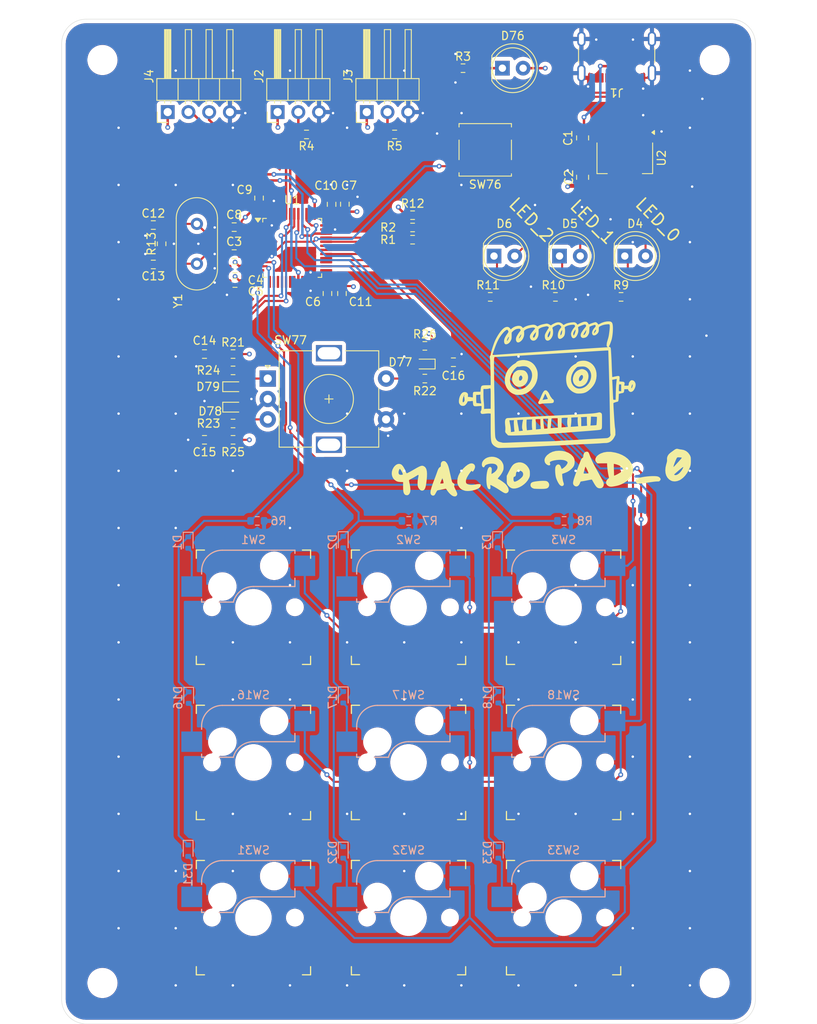
<source format=kicad_pcb>
(kicad_pcb (version 20240108) (generator "pcbnew") (generator_version "8.0")
  (layers (0 "F.Cu" signal) (1 "In1.Cu" signal) (2 "In2.Cu" signal) (31 "B.Cu" signal) (34 "B.Paste" user) (35 "F.Paste" user) (36 "B.SilkS" user "B.Silkscreen") (37 "F.SilkS" user "F.Silkscreen") (38 "B.Mask" user) (39 "F.Mask" user) (44 "Edge.Cuts" user))
  (net 0 "")
  (net 1 "GND")
  (net 2 "+5V")
  (net 3 "+3V3")
  (net 4 "Net-(U1-PD0)")
  (net 5 "Net-(D4-K)")
  (net 6 "Net-(U1-PD1)")
  (net 7 "/col0")
  (net 8 "Net-(D1-A)")
  (net 9 "Net-(D2-A)")
  (net 10 "/col1")
  (net 11 "/col2")
  (net 12 "Net-(D3-A)")
  (net 13 "Net-(D5-K)")
  (net 14 "Net-(D6-K)")
  (net 15 "Net-(U1-PA11)")
  (net 16 "Net-(U1-PA12)")
  (net 17 "/LED0")
  (net 18 "/LED1")
  (net 19 "/LED2")
  (net 31 "Net-(D16-A)")
  (net 32 "Net-(D17-A)")
  (net 33 "Net-(D18-A)")
  (net 34 "Net-(D31-A)")
  (net 35 "Net-(D32-A)")
  (net 36 "Net-(D33-A)")
  (net 37 "Net-(D76-K)")
  (net 39 "/D-")
  (net 40 "/D+")
  (net 42 "Net-(J2-Pin_2)")
  (net 43 "Net-(J3-Pin_2)")
  (net 44 "/Boot0")
  (net 45 "/Boot1")
  (net 46 "/row0")
  (net 47 "/row1")
  (net 48 "/row2")
  (net 56 "/SWDIO")
  (net 57 "/SWDCLK")
  (net 58 "/Reset")
  (net 59 "/rot_B")
  (net 60 "/rot_SW")
  (net 61 "Net-(D77-A)")
  (net 62 "Net-(D78-A)")
  (net 63 "Net-(D79-A)")
  (net 64 "/rot_A")
  (footprint "Connector_PinHeader_2.54mm:PinHeader_1x03_P2.54mm_Horizontal" (layer "F.Cu") (at 107.382 88.375 90)
    (property "Reference" "J3")
    (property "Value" "Conn_01x03")
  )
  (footprint "Connector_PinHeader_2.54mm:PinHeader_1x03_P2.54mm_Horizontal" (layer "F.Cu") (at 96.46 88.375 90)
    (property "Reference" "J2")
    (property "Value" "Conn_01x03")
  )
  (footprint "Resistor_SMD:R_0603_1608Metric_Pad0.98x0.95mm_HandSolder" (layer "F.Cu") (at 110.796 91.112 180)
    (property "Reference" "R5")
    (property "Value" "510R")
  )
  (footprint "Resistor_SMD:R_0603_1608Metric_Pad0.98x0.95mm_HandSolder" (layer "F.Cu") (at 94.186 98.904 90)
    (property "Reference" "C9")
    (property "Value" "100n")
  )
  (footprint "Resistor_SMD:R_0603_1608Metric_Pad0.98x0.95mm_HandSolder" (layer "F.Cu") (at 103.076 99.666 90)
    (property "Reference" "C10")
    (property "Value" "100n")
  )
  (footprint "Resistor_SMD:R_0603_1608Metric_Pad0.98x0.95mm_HandSolder" (layer "F.Cu") (at 91.138 102.46 180)
    (property "Reference" "C8")
    (property "Value" "100n")
  )
  (footprint "Resistor_SMD:R_0603_1608Metric" (layer "F.Cu") (at 122.515 111)
    (property "Reference" "R11")
    (property "Value" "1K")
  )
  (footprint "Resistor_SMD:R_0603_1608Metric" (layer "F.Cu") (at 138.54 111)
    (property "Reference" "R9")
    (property "Value" "1K")
  )
  (footprint "MountingHole:MountingHole_3.2mm_M3_DIN965" (layer "F.Cu") (at 150 195)
    (property "Reference" "REF**" (hide yes))
    (property "Value" "MountingHole_3.2mm_M3_DIN965")
  )
  (footprint "Package_QFP:LQFP-48_7x7mm_P0.5mm" (layer "F.Cu") (at 98.25 105)
    (property "Reference" "U1")
    (property "Value" "STM32F103C8Tx")
  )
  (footprint "Resistor_SMD:R_0603_1608Metric_Pad0.98x0.95mm_HandSolder" (layer "F.Cu") (at 81.232 107.032 180)
    (property "Reference" "C13")
    (property "Value" "20p")
  )
  (footprint "Resistor_SMD:R_0603_1608Metric_Pad0.98x0.95mm_HandSolder" (layer "F.Cu") (at 104.6985 99.654 90)
    (property "Reference" "C7")
    (property "Value" "100n")
  )
  (footprint "Resistor_SMD:R_0603_1608Metric" (layer "F.Cu") (at 91 118)
    (property "Reference" "R21")
    (property "Value" "10K")
  )
  (footprint "Rotary_Encoder:RotaryEncoder_Alps_EC11E-Switch_Vertical_H20mm" (layer "F.Cu") (at 95.25 121)
    (property "Reference" "SW77")
    (property "Value" "RotaryEncoder_Switch")
  )
  (footprint "Package_TO_SOT_SMD:SOT-223-3_TabPin2" (layer "F.Cu") (at 139 94 -90)
    (property "Reference" "U2")
    (property "Value" "AMS1117-3.3")
  )
  (footprint "keyboard:Kailh_socket_MX" (layer "F.Cu") (at 93.5 149)
    (property "Reference" "SW1")
    (property "Value" "SW_Push")
  )
  (footprint "keyboard:Kailh_socket_MX" (layer "F.Cu") (at 112.5 187)
    (property "Reference" "SW32")
    (property "Value" "SW_Push")
  )
  (footprint "keyboard:Kailh_socket_MX" (layer "F.Cu") (at 131.5 168)
    (property "Reference" "SW18")
    (property "Value" "SW_Push")
  )
  (footprint "keyboard:Kailh_socket_MX" (layer "F.Cu") (at 93.5 168)
    (property "Reference" "SW16")
    (property "Value" "SW_Push")
  )
  (footprint "keyboard:Kailh_socket_MX" (layer "F.Cu") (at 112.5 168)
    (property "Reference" "SW17")
    (property "Value" "SW_Push")
  )
  (footprint "Resistor_SMD:R_0603_1608Metric" (layer "F.Cu") (at 113 101)
    (property "Reference" "R12")
    (property "Value" "1k5")
  )
  (footprint "Resistor_SMD:R_0603_1608Metric_Pad0.98x0.95mm_HandSolder" (layer "F.Cu") (at 87.5 128.5 180)
    (property "Reference" "C15")
    (property "Value" "10n")
  )
  (footprint "Diode_SMD:D_SOD-523" (layer "F.Cu") (at 114.5 119.222 180)
    (property "Reference" "D77")
    (property "Value" "D")
  )
  (footprint "Resistor_SMD:R_0603_1608Metric" (layer "F.Cu") (at 82.25 104.5 -90)
    (property "Reference" "R13")
    (property "Value" "1M")
  )
  (footprint "LED_THT:LED_D5.0mm" (layer "F.Cu") (at 122.975 106)
    (property "Reference" "D6")
    (property "Value" "LED")
  )
  (footprint "Resistor_SMD:R_0603_1608Metric" (layer "F.Cu") (at 113 104 180)
    (property "Reference" "R1")
    (property "Value" "20R")
  )
  (footprint "keyboard:Kailh_socket_MX" (layer "F.Cu") (at 131.5 149)
    (property "Reference" "SW3")
    (property "Value" "SW_Push")
  )
  (footprint "Resistor_SMD:R_0603_1608Metric_Pad0.98x0.95mm_HandSolder" (layer "F.Cu") (at 81.232 102.206)
    (property "Reference" "C12")
    (property "Value" "20p")
  )
  (footprint "Resistor_SMD:R_0603_1608Metric" (layer "F.Cu") (at 119.179 83)
    (property "Reference" "R3")
    (property "Value" "1K")
  )
  (footprint "Resistor_SMD:R_0603_1608Metric_Pad0.98x0.95mm_HandSolder" (layer "F.Cu") (at 118 119)
    (property "Reference" "C16")
    (property "Value" "10n")
  )
  (footprint "Resistor_SMD:R_0603_1608Metric" (layer "F.Cu") (at 130.5 111)
    (property "Reference" "R10")
    (property "Value" "1K")
  )
  (footprint "LED_THT:LED_D5.0mm" (layer "F.Cu") (at 124 83)
    (property "Reference" "D76")
    (property "Value" "LED")
  )
  (footprint "Crystal:Crystal_HC49-U_Vertical" (layer "F.Cu") (at 86.566 106.942 90)
    (property "Reference" "Y1")
    (property "Value" "8MHz")
  )
  (footprint "Button_Switch_SMD:SW_Push_1P1T_NO_CK_KSC7xxJ" (layer "F.Cu") (at 121.9 93)
    (property "Reference" "SW76")
    (property "Value" "SW_Push")
  )
  (footprint "Capacitor_SMD:C_0805_2012Metric_Pad1.18x1.45mm_HandSolder" (layer "F.Cu") (at 133.828 96.36 90)
    (property "Reference" "C2")
    (property "Value" "22u")
  )
  (footprint "keyboard:Kailh_socket_MX" (layer "F.Cu") (at 93.5 187)
    (property "Reference" "SW31")
    (property "Value" "SW_Push")
  )
  (footprint "Resistor_SMD:R_0603_1608Metric_Pad0.98x0.95mm_HandSolder" (layer "F.Cu") (at 87.5 118 180)
    (property "Reference" "C14")
    (property "Value" "10n")
  )
  (footprint "Resistor_SMD:R_0603_1608Metric_Pad0.98x0.95mm_HandSolder" (layer "F.Cu") (at 104.346 110.588 -90)
    (property "Reference" "C11")
    (property "Value" "4u7")
  )
  (footprint "Resistor_SMD:R_0603_1608Metric_Pad0.98x0.95mm_HandSolder" (layer "F.Cu") (at 91.2365 109.306 180)
    (property "Reference" "C5")
    (property "Value" "1u")
  )
  (footprint "Resistor_SMD:R_0603_1608Metric" (layer "F.Cu") (at 114.5 117)
    (property "Reference" "R26")
    (property "Value" "10K")
  )
  (footprint "Resistor_SMD:R_0603_1608Metric" (layer "F.Cu") (at 114.5 121 180)
    (property "Reference" "R22")
    (property "Value" "10K")
  )
  (footprint "Diode_SMD:D_SOD-523" (layer "F.Cu") (at 91 122)
    (property "Reference" "D79")
    (property "Value" "D")
  )
  (footprint "Resistor_SMD:R_0603_1608Metric_Pad0.98x0.95mm_HandSolder" (layer "F.Cu") (at 102.568 110.588 -90)
    (property "Reference" "C6")
    (property "Value" "100n")
  )
  (footprint "Diode_SMD:D_SOD-523" (layer "F.Cu") (at 91 124.5)
    (property "Reference" "D78")
    (property "Value" "D")
  )
  (footprint "Resistor_SMD:R_0603_1608Metric_Pad0.98x0.95mm_HandSolder" (layer "F.Cu") (at 100.001 91.112 180)
    (property "Reference" "R4")
    (property "Value" "510R")
  )
  (footprint "MountingHole:MountingHole_3.2mm_M3_DIN965" (layer "F.Cu") (at 75 82)
    (property "Reference" "REF**" (hide yes))
    (property "Value" "MountingHole_3.2mm_M3_DIN965")
  )
  (footprint "LED_THT:LED_D5.0mm" (layer "F.Cu") (at 139 106)
    (property "Reference" "D4")
    (property "Value" "LED")
  )
  (footprint "keyboard:Kailh_socket_MX" (layer "F.Cu") (at 131.5 187)
    (property "Reference" "SW33")
    (property "Value" "SW_Push")
  )
  (footprint "Resistor_SMD:R_0603_1608Metric" (layer "F.Cu") (at 91 128.5)
    (property "Reference" "R25")
    (property "Value" "10K")
  )
  (footprint "Resistor_SMD:R_0603_1608Metric_Pad0.98x0.95mm_HandSolder" (layer "F.Cu") (at 91.138 105.762 180)
    (property "Reference" "C3")
    (property "Value" "100n")
  )
  (footprint "Capacitor_SMD:C_0805_2012Metric_Pad1.18x1.45mm_HandSolder" (layer "F.Cu") (at 133.828 91.534 -90)
    (property "Reference" "C1")
    (property "Value" "10u")
  )
  (footprint "LED_THT:LED_D5.0mm" (layer "F.Cu") (at 131 106)
    (property "Reference" "D5")
    (property "Value" "LED")
  )
  (footprint "LOGO" (layer "F.Cu") (at 130.709219 123.917425)
    (property "Reference" "G***" (hide yes))
    (property "Value" "LOGO" (hide yes))
  )
  (footprint "Connector_USB:USB_C_Receptacle_GCT_USB4105-xx-A_16P_TopMnt_Horizontal" (layer "F.Cu") (at 138 80.5 180)
    (property "Reference" "J1")
    (property "Value" "USB_C_Receptacle_USB2.0_14P")
  )
  (footprint "Resistor_SMD:R_0603_1608Metric" (layer "F.Cu") (at 91 120)
    (property "Reference" "R24")
    (property "Value" "10K")
  )
  (footprint "Resistor_SMD:R_0603_1608Metric" (layer "F.Cu") (at 113 102.5 180)
    (property "Reference" "R2")
    (property "Value" "20R")
  )
  (footprint "LOGO" (layer "F.Cu") (at 130 132.75)
    (property "Reference" "G***" (hide yes))
    (property "Value" "LOGO" (hide yes))
  )
  (footprint "keyboard:Kailh_socket_MX" (layer "F.Cu") (at 112.5 149)
    (property "Reference" "SW2")
    (property "Value" "SW_Push")
  )
  (footprint "MountingHole:MountingHole_3.2mm_M3_DIN965" (layer "F.Cu") (at 150 82)
    (property "Reference" "REF**" (hide yes))
    (property "Value" "MountingHole_3.2mm_M3_DIN965")
  )
  (footprint "Resistor_SMD:R_0603_1608Metric" (layer "F.Cu") (at 91 126.5)
    (property "Reference" "R23")
    (property "Value" "10K")
  )
  (footprint "Connector_PinHeader_2.54mm:PinHeader_1x04_P2.54mm_Horizontal" (layer "F.Cu") (at 82.993 88.375 90)
    (property "Reference" "J4")
    (property "Value" "Conn_01x04")
  )
  (footprint "MountingHole:MountingHole_3.2mm_M3_DIN965" (layer "F.Cu") (at 75 195)
    (property "Reference" "REF**" (hide yes))
    (property "Value" "MountingHole_3.2mm_M3_DIN965")
  )
  (footprint "Resistor_SMD:R_0603_1608Metric_Pad0.98x0.95mm_HandSolder" (layer "F.Cu") (at 91.2365 107.528 180)
    (property "Reference" "C4")
    (property "Value" "10n")
  )
  (footprint "Diode_SMD:D_SOD-523" (layer "B.Cu") (at 104.5 179.02 -90)
    (property "Reference" "D32")
    (property "Value" "D")
  )
  (footprint "Resistor_SMD:R_0603_1608Metric" (layer "B.Cu") (at 93.974 138.428)
    (property "Reference" "R6")
    (property "Value" "10K")
  )
  (footprint "Diode_SMD:D_SOD-523" (layer "B.Cu") (at 123.5 179.02 -90)
    (property "Reference" "D33")
    (property "Value" "D")
  )
  (footprint "Diode_SMD:D_SOD-523" (layer "B.Cu") (at 104.5 160.02 -90)
    (property "Reference" "D17")
    (property "Value" "D")
  )
  (footprint "Diode_SMD:D_SOD-523" (layer "B.Cu") (at 123.5 160.02 -90)
    (property "Reference" "D18")
    (property "Value" "D")
  )
  (footprint "Diode_SMD:D_SOD-523" (layer "B.Cu") (at 85.5 141.078 -90)
    (property "Reference" "D1")
    (property "Value" "D")
  )
  (footprint "Diode_SMD:D_SOD-523" (layer "B.Cu") (at 85.564 160.066 -90)
    (property "Reference" "D16")
    (property "Value" "D")
  )
  (footprint "Resistor_SMD:R_0603_1608Metric" (layer "B.Cu") (at 131.566 138.428)
    (property "Reference" "R8")
    (property "Value" "10K")
  )
  (footprint "Diode_SMD:D_SOD-523" (layer "B.Cu") (at 123.41 141.016 -90)
    (property "Reference" "D3")
    (property "Value" "D")
  )
  (footprint "Diode_SMD:D_SOD-523" (layer "B.Cu") (at 85.5 178.8 -90)
    (property "Reference" "D31")
    (property "Value" "D")
  )
  (footprint "Resistor_SMD:R_0603_1608Metric" (layer "B.Cu") (at 112.516 138.428)
    (property "Reference" "R7")
    (property "Value" "10K")
  )
  (footprint "Diode_SMD:D_SOD-523" (layer "B.Cu") (at 104.5 141.016 -90)
    (property "Reference" "D2")
    (property "Value" "D")
  )
  (gr_arc (start 155 197) (mid 154.12132 199.12132) (end 152 200) (stroke (width 0.05)) (layer "Edge.Cuts"))
  (gr_arc (start 70 80) (mid 70.87868 77.87868) (end 73 77) (stroke (width 0.05)) (layer "Edge.Cuts"))
  (gr_line (start 70 197) (end 70 80) (stroke (width 0.05)) (layer "Edge.Cuts"))
  (gr_line (start 73 200) (end 152 200) (stroke (width 0.05)) (layer "Edge.Cuts"))
  (gr_line (start 155 197) (end 155 80) (stroke (width 0.05)) (layer "Edge.Cuts"))
  (gr_arc (start 152 77) (mid 154.12132 77.87868) (end 155 80) (stroke (width 0.05)) (layer "Edge.Cuts"))
  (gr_line (start 73 77) (end 152 77) (stroke (width 0.05)) (layer "Edge.Cuts"))
  (gr_arc (start 73 200) (mid 70.87868 199.12132) (end 70 197) (stroke (width 0.05)) (layer "Edge.Cuts"))
  (gr_text "LED_0" (at 140 99.75 315) (layer "F.SilkS") (effects (font (size 1.5 1.5) (thickness 0.2) (bold yes)) (justify left bottom)))
  (gr_text "LED_1" (at 132 100 315) (layer "F.SilkS") (effects (font (size 1.5 1.5) (thickness 0.2) (bold yes)) (justify left bottom)))
  (gr_text "LED_2" (at 124.5 99.75 315) (layer "F.SilkS") (effects (font (size 1.5 1.5) (thickness 0.2) (bold yes)) (justify left bottom)))
  (segment (start 100.5 110.25) (end 100.5 109.1625) (width 0.25) (layer "F.Cu") (net 1))
  (segment (start 96 102) (end 96 100.8375) (width 0.25) (layer "F.Cu") (net 1))
  (segment (start 86.5875 128.5) (end 85.5 128.5) (width 0.25) (layer "F.Cu") (net 1))
  (segment (start 95.5 105.75) (end 95.75 106) (width 0.25) (layer "F.Cu") (net 1))
  (segment (start 134.5 85.25) (end 134.5 84.48) (width 0.25) (layer "F.Cu") (net 1))
  (segment (start 141.2 84.18) (end 141.745 84.18) (width 0.25) (layer "F.Cu") (net 1))
  (segment (start 141.745 84.18) (end 142.32 83.605) (width 0.25) (layer "F.Cu") (net 1))
  (segment (start 134.5 84.48) (end 134.8 84.18) (width 0.25) (layer "F.Cu") (net 1))
  (segment (start 94.0875 105.75) (end 95.5 105.75) (width 0.25) (layer "F.Cu") (net 1))
  (segment (start 95.75 102.25) (end 96 102) (width 0.25) (layer "F.Cu") (net 1))
  (segment (start 86.5875 119.4125) (end 86.5 119.5) (width 0.25) (layer "F.Cu") (net 1))
  (segment (start 102.4125 102.75) (end 103.5 102.75) (width 0.25) (layer "F.Cu") (net 1))
  (segment (start 86.5875 118) (end 86.5875 119.4125) (width 0.25) (layer "F.Cu") (net 1))
  (via (at 140 79.5) (size 0.6) (drill 0.3) (layers "F.Cu" "B.Cu") (net 1))
  (via (at 95.75 102.25) (size 0.6) (drill 0.3) (layers "F.Cu" "B.Cu") (net 1))
  (via (at 76.975 104.295) (size 0.6) (drill 0.3) (layers "F.Cu" "B.Cu") (net 1))
  (via (at 137.25 101.5) (size 0.6) (drill 0.3) (layers "F.Cu" "B.Cu") (net 1))
  (via (at 146.975 90.295) (size 0.6) (drill 0.3) (layers "F.Cu" "B.Cu") (net 1))
  (via (at 135.5 79.5) (size 0.6) (drill 0.3) (layers "F.Cu" "B.Cu") (net 1))
  (via (at 90.975 181.295) (size 0.6) (drill 0.3) (layers "F.Cu" "B.Cu") (net 1))
  (via (at 119 118) (size 0.6) (drill 0.3) (layers "F.Cu" "B.Cu") (net 1))
  (via (at 118.975 195.295) (size 0.6) (drill 0.3) (layers "F.Cu" "B.Cu") (net 1))
  (via (at 134.5 110.75) (size 0.6) (drill 0.3) (layers "F.Cu" "B.Cu") (net 1))
  (via (at 86.5 119.5) (size 0.6) (drill 0.3) (layers "F.Cu" "B.Cu") (net 1))
  (via (at 133.75 100) (size 0.6) (drill 0.3) (layers "F.Cu" "B.Cu") (net 1))
  (via (at 147.25 97.5) (size 0.6) (drill 0.3) (layers "F.Cu" "B.Cu") (net 1))
  (via (at 139.975 146.295) (size 0.6) (drill 0.3) (layers "F.Cu" "B.Cu") (net 1))
  (via (at 90.975 97.295) (size 0.6) (drill 0.3) (layers "F.Cu" "B.Cu") (net 1))
  (via (at 90.975 83.295) (size 0.6) (drill 0.3) (layers "F.Cu" "B.Cu") (net 1))
  (via (at 146.975 83.295) (size 0.6) (drill 0.3) (layers "F.Cu" "B.Cu") (net 1))
  (via (at 139.975 153.295) (size 0.6) (drill 0.3) (layers "F.Cu" "B.Cu") (net 1))
  (via (at 80.25 105.75) (size 0.6) (drill 0.3) (layers "F.Cu" "B.Cu") (net 1))
  (via (at 104.975 132.295) (size 0.6) (drill 0.3) (layers "F.Cu" "B.Cu") (net 1))
  (via (at 85.5 128.5) (size 0.6) (drill 0.3) (layers "F.Cu" "B.Cu") (net 1))
  (via (at 111.975 125.295) (size 0.6) (drill 0.3) (layers "F.Cu" "B.Cu") (net 1))
  (via (at 76.975 118.295) (size 0.6) (drill 0.3) (layers "F.Cu" "B.Cu") (net 1))
  (via (at 132.975 125.295) (size 0.6) (drill 0.3) (layers "F.Cu" "B.Cu") (net 1))
  (via (at 90.975 195.295) (size 0.6) (drill 0.3) (layers "F.Cu" "B.Cu") (net 1))
  (via (at 132 95.5) (size 0.6) (drill 0.3) (layers "F.Cu" "B.Cu") (net 1))
  (via (at 125.975 174.295) (size 0.6) (drill 0.3) (layers "F.Cu" "B.Cu") (net 1))
  (via (at 125.975 160.295) (size 0.6) (drill 0.3) (layers "F.Cu" "B.Cu") (net 1))
  (via (at 97.975 153.295) (size 0.6) (drill 0.3) (layers "F.Cu" "B.Cu") (net 1))
  (via (at 90.975 160.295) (size 0.6) (drill 0.3) (layers "F.Cu" "B.Cu") (net 1))
  (via (at 104.975 125.295) (size 0.6) (drill 0.3) (layers "F.Cu" "B.Cu") (net 1))
  (via (at 127.5 109.75) (size 0.6) (drill 0.3) (layers "F.Cu" "B.Cu") (net 1))
  (via (at 103.5 102.75) (size 0.6) (drill 0.3) (layers "F.Cu" "B.Cu") (net 1))
  (via (at 83.975 139.295) (size 0.6) (drill 0.3) (layers "F.Cu" "B.Cu") (net 1))
  (via (at 116 91) (size 0.6) (drill 0.3) (layers "F.Cu" "B.Cu") (net 1))
  (via (at 93.25 123.5) (size 0.6) (drill 0.3) (layers "F.Cu" "B.Cu") (net 1))
  (via (at 100.5 110.25) (size 0.6) (drill 0.3) (layers "F.Cu" "B.Cu") (net 1))
  (via (at 146.975 146.295) (size 0.6) (drill 0.3) (layers "F.Cu" "B.Cu") (net 1))
  (via (at 146.975 153.295) (size 0.6) (drill 0.3) (layers "F.Cu" "B.Cu") (net 1))
  (via (at 103 97.25) (size 0.6) (drill 0.3) (layers "F.Cu" "B.Cu") (net 1))
  (via (at 88.75 109.25) (size 0.6) (drill 0.3) (layers "F.Cu" "B.Cu") (net 1))
  (via (at 141.25 88.75) (size 0.6) (drill 0.3) (layers "F.Cu" "B.Cu") (net 1))
  (via (at 83.975 195.295) (size 0.6) (drill 0.3) (layers "F.Cu" "B.Cu") (net 1))
  (via (at 125.975 132.295) (size 0.6) (drill 0.3) (layers "F.Cu" "B.Cu") (net 1))
  (via (at 90.975 174.295) (size 0.6) (drill 0.3) (layers "F.Cu" "B.Cu") (net 1))
  (via (at 118.975 160.295) (size 0.6) (drill 0.3) (layers "F.Cu" "B.Cu") (net 1))
  (via (at 83.975 125.295) (size 0.6) (drill 0.3) (layers "F.Cu" "B.Cu") (net 1))
  (via (at 104.975 153.295) (size 0.6) (drill 0.3) (layers "F.Cu" "B.Cu") (net 1))
  (via (at 146.975 118.295) (size 0.6) (drill 0.3) (layers "F.Cu" "B.Cu") (net 1))
  (via (at 139.975 160.295) (size 0.6) (drill 0.3) (layers "F.Cu" "B.Cu") (net 1))
  (via (at 90.25 110.75) (size 0.6) (drill 0.3) (layers "F.Cu" "B.Cu") (net 1))
  (via (at 76.975 174.295) (size 0.6) (drill 0.3) (layers "F.Cu" "B.Cu") (net 1))
  (via (at 76.975 153.295) (size 0.6) (drill 0.3) (layers "F.Cu" "B.Cu") (net 1))
  (via (at 76.975 160.295) (size 0.6) (drill 0.3) (layers "F.Cu" "B.Cu") (net 1))
  (via (at 106.25 98.75) (size 0.6) (drill 0.3) (layers "F.Cu" "B.Cu") (net 1))
  (via (at 111.975 132.295) (size 0.6) (drill 0.3) (layers "F.Cu" "B.Cu") (net 1))
  (via (at 83.975 188.295) (size 0.6) (drill 0.3) (layers "F.Cu" "B.Cu") (net 1))
  (via (at 139.975 188.295) (size 0.6) (drill 0.3) (layers "F.Cu" "B.Cu") (net 1))
  (via (at 100.5 108) (size 0.6) (drill 0.3) (layers "F.Cu" "B.Cu") (net 1))
  (via (at 139.975 167.295) (size 0.6) (drill 0.3) (layers "F.Cu" "B.Cu") (net 1))
  (via (at 149 115.75) (size 0.6) (drill 0.3) (layers "F.Cu" "B.Cu") (net 1))
  (via (at 83.975 132.295) (size 0.6) (drill 0.3) (layers "F.Cu" "B.Cu") (net 1))
  (via (at 104.975 195.295) (size 0.6) (drill 0.3) (layers "F.Cu" "B.Cu") (net 1))
  (via (at 139.975 118.295) (size 0.6) (drill 0.3) (layers "F.Cu" "B.Cu") (net 1))
  (via (at 139.975 125.295) (size 0.6) (drill 0.3) (layers "F.Cu" "B.Cu") (net 1))
  (via (at 114.25 88.5) (size 0.6) (drill 0.3) (layers "F.Cu" "B.Cu") (net 1))
  (via (at 141.25 85.5) (size 0.6) (drill 0.3) (layers "F.Cu" "B.Cu") (net 1))
  (via (at 111.975 160.295) (size 0.6) (drill 0.3) (layers "F.Cu" "B.Cu") (net 1))
  (via (at 148.5 86.75) (size 0.6) (drill 0.3) (layers "F.Cu" "B.Cu") (net 1))
  (via (at 83.975 181.295) (size 0.6) (drill 0.3) (layers "F.Cu" "B.Cu") (net 1))
  (via (at 132.975 195.295) (size 0.6) (drill 0.3) (layers "F.Cu" "B.Cu") (net 1))
  (via (at 111.975 118.295) (size 0.6) (drill 0.3) (layers "F.Cu" "B.Cu") (net 1))
  (via (at 76.975 111.295) (size 0.6) (drill 0.3) (layers "F.Cu" "B.Cu") (net 1))
  (via (at 76.975 188.295) (size 0.6) (drill 0.3) (layers "F.Cu" "B.Cu") (net 1))
  (via (at 132.975 118.295) (size 0.6) (drill 0.3) (layers "F.Cu" "B.Cu") (net 1))
  (via (at 146.975 167.295) (size 0.6) (drill 0.3) (layers "F.Cu" "B.Cu") (net 1))
  (via (at 132.975 174.295) (size 0.6) (drill 0.3) (layers "F.Cu" "B.Cu") (net 1))
  (via (at 95.75 106) (size 0.6) (drill 0.3) (layers "F.Cu" "B.Cu") (net 1))
  (via (at 83.75 104.5) (size 0.6) (drill 0.3) (layers "F.Cu" "B.Cu") (net 1))
  (via (at 118.25 84.75) (size 0.6) (drill 0.3) (layers "F.Cu" "B.Cu") (net 1))
  (via (at 76.975 125.295) (size 0.6) (drill 0.3) (layers "F.Cu" "B.Cu") (net 1))
  (via (at 139.975 104.295) (size 0.6) (drill 0.3) (layers "F.Cu" "B.Cu") (net 1))
  (via (at 76.975 146.295) (size 0.6) (drill 0.3) (layers "F.Cu" "B.Cu") (net 1))
  (via (at 83.975 118.295) (size 0.6) (drill 0.3) (layers "F.Cu" "B.Cu") (net 1))
  (via (at 146.975 181.295) (size 0.6) (drill 0.3) (layers "F.Cu" "B.Cu") (net 1))
  (via (at 125.975 125.295) (size 0.6) (drill 0.3) (layers "F.Cu" "B.Cu") (net 1))
  (via (at 146.975 160.295) (size 0.6) (drill 0.3) (layers "F.Cu" "B.Cu") (net 1))
  (via (at 97.975 146.295) (size 0.6) (drill 0.3) (layers "F.Cu" "B.Cu") (net 1))
  (via (at 118.975 139.295) (size 0.6) (drill 0.3) (layers "F.Cu" "B.Cu") (net 1))
  (via (at 118.975 132.295) (size 0.6) (drill 0.3) (layers "F.Cu" "B.Cu") (net 1))
  (via (at 146.975 139.295) (size 0.6) (drill 0.3) (layers "F.Cu" "B.Cu") (net 1))
  (via (at 132.975 160.295) (size 0.6) (drill 0.3) (layers "F.Cu" "B.Cu") (net 1))
  (via (at 146.975 111.295) (size 0.6) (drill 0.3) (layers "F.Cu" "B.Cu") (net 1))
  (via (at 146.975 132.295) (size 0.6) (drill 0.3) (layers "F.Cu" "B.Cu") (net 1))
  (via (at 76.975 132.295) (size 0.6) (drill 0.3) (layers "F.Cu" "B.Cu") (net 1))
  (via (at 76.975 181.295) (size 0.6) (drill 0.3) (layers "F.Cu" "B.Cu") (net 1))
  (via (at 110 128) (size 0.6) (drill 0.3) (layers "F.Cu" "B.Cu") (net 1))
  (via (at 132.975 153.295) (size 0.6) (drill 0.3) (layers "F.Cu" "B.Cu") (net 1))
  (via (at 90.975 132.295) (size 0.6) (drill 0.3) (layers "F.Cu" "B.Cu") (net 1))
  (via (at 146.975 174.295) (size 0.6) (drill 0.3) (layers "F.Cu" "B.Cu") (net 1))
  (via (at 111.975 181.295) (size 0.6) (drill 0.3) (layers "F.Cu" "B.Cu") (net 1))
  (via (at 139.975 195.295) (size 0.6) (drill 0.3) (layers "F.Cu" "B.Cu") (net 1))
  (via (at 104.975 90.295) (size 0.6) (drill 0.3) (layers "F.Cu" "B.Cu") (net 1))
  (via (at 90.975 153.295) (size 0.6) (drill 0.3) (layers "F.Cu" "B.Cu") (net 1))
  (via (at 146.975 104.295) (size 0.6) (drill 0.3) (layers "F.Cu" "B.Cu") (net 1))
  (via (at 88.75 102.5) (size 0.6) (drill 0.3) (layers "F.Cu" "B.Cu") (net 1))
  (via (at 90.975 90.295) (size 0.6) (drill 0.3) (layers "F.Cu" "B.Cu") (net 1))
  (via (at 132.975 111.295) (size 0.6) (drill 0.3) (layers "F.Cu" "B.Cu") (net 1))
  (via (at 83.975 83.295) (size 0.6) (drill 0.3) (layers "F.Cu" "B.Cu") (net 1))
  (via (at 132.975 146.295) (size 0.6) (drill 0.3) (layers "F.Cu" "B.Cu") (net 1))
  (via (at 76.975 167.295) (size 0.6) (drill 0.3) (layers "F.Cu" "B.Cu") (net 1))
  (via (at 76.975 97.295) (size 0.6) (drill 0.3) (layers "F.Cu" "B.Cu") (net 1))
  (via (at 97.975 174.295) (size 0.6) (drill 0.3) (layers "F.Cu" "B.Cu") (net 1))
  (via (at 111.975 153.295) (size 0.6) (drill 0.3) (layers "F.Cu" "B.Cu") (net 1))
  (via (at 118.975 97.295) (size 0.6) (drill 0.3) (layers "F.Cu" "B.Cu") (net 1))
  (via (at 88.75 107.5) (size 0.6) (drill 0.3) (layers "F.Cu" "B.Cu") (net 1))
  (via (at 128 99.75) (size 0.6) (drill 0.3) (layers "F.Cu" "B.Cu") (net 1))
  (via (at 134.5 85.25) (size 0.6) (drill 0.3) (layers "F.Cu" "B.Cu") (net 1))
  (via (at 125.975 153.295) (size 0.6) (drill 0.3) (layers "F.Cu" "B.Cu") (net 1))
  (via (at 103.25 88.5) (size 0.6) (drill 0.3) (layers "F.Cu" "B.Cu") (net 1))
  (via (at 96 99.25) (size 0.6) (drill 0.3) (layers "F.Cu" "B.Cu") (net 1))
  (via (at 146.975 195.295) (size 0.6) (drill 0.3) (layers "F.Cu" "B.Cu") (net 1))
  (via (at 125.975 195.295) (size 0.6) (drill 0.3) (layers "F.Cu" "B.Cu") (net 1))
  (via (at 97.975 195.295) (size 0.6) (drill 0.3) (layers "F.Cu" "B.Cu") (net 1))
  (via (at 119 88.5) (size 0.6) (drill 0.3) (layers "F.Cu" "B.Cu") (net 1))
  (via (at 118.975 153.295) (size 0.6) (drill 0.3) (layers "F.Cu" "B.Cu") (net 1))
  (via (at 76.975 139.295) (size 0.6) (drill 0.3) (layers "F.Cu" "B.Cu") (net 1))
  (via (at 97.975 139.295) (size 0.6) (drill 0.3) (layers "F.Cu" "B.Cu") (net 1))
  (via (at 125.975 181.295) (size 0.6) (drill 0.3) (layers "F.Cu" "B.Cu") (net 1))
  (via (at 118.975 125.295) (size 0.6) (drill 0.3) (layers "F.Cu" "B.Cu") (net 1))
  (via (at 143.5 90.75) (size 0.6) (drill 0.3) (layers "F.Cu" "B.Cu") (net 1))
  (via (at 118.25 81.25) (size 0.6) (drill 0.3) (layers "F.Cu" "B.Cu") (net 1))
  (via (at 125.975 118.295) (size 0.6) (drill 0.3) (layers "F.Cu" "B.Cu") (net 1))
  (via (at 96.75 124.75) (size 0.6) (drill 0.3) (layers "F.Cu" "B.Cu") (net 1))
  (via (at 83.975 111.295) (size 0.6) (drill 0.3) (layers "F.Cu" "B.Cu") (net 1))
  (via (at 80.25 103.5) (size 0.6) (drill 0.3) (layers "F.Cu" "B.Cu") (net 1))
  (via (at 146.975 188.295) (size 0.6) (drill 0.3) (layers "F.Cu" "B.Cu") (net 1))
  (via (at 132.975 132.295) (size 0.6) (drill 0.3) (layers "F.Cu" "B.Cu") (net 1))
  (via (at 139.975 174.295) (size 0.6) (drill 0.3) (layers "F.Cu" "B.Cu") (net 1))
  (via (at 83.975 97.295) (size 0.6) (drill 0.3) (layers "F.Cu" "B.Cu") (net 1))
  (via (at 118.975 174.295) (size 0.6) (drill 0.3) (layers "F.Cu" "B.Cu") (net 1))
  (via (at 97.975 160.295) (size 0.6) (drill 0.3) (layers "F.Cu" "B.Cu") (net 1))
  (via (at 76.975 90.295) (size 0.6) (drill 0.3) (layers "F.Cu" "B.Cu") (net 1))
  (via (at 111.975 174.295) (size 0.6) (drill 0.3) (layers "F.Cu" "B.Cu") (net 1))
  (via (at 104.975 83.295) (size 0.6) (drill 0.3) (layers "F.Cu" "B.Cu") (net 1))
  (via (at 87.5 123.75) (size 0.6) (drill 0.3) (layers "F.Cu" "B.Cu") (net 1))
  (via (at 86.75 104.5) (size 0.6) (drill 0.3) (layers "F.Cu" "B.Cu") (net 1))
  (via (at 111.975 83.295) (size 0.6) (drill 0.3) (layers "F.Cu" "B.Cu") (net 1))
  (via (at 104.975 174.295) (size 0.6) (drill 0.3) (layers "F.Cu" "B.Cu") (net 1))
  (via (at 111.975 195.295) (size 0.6) (drill 0.3) (layers "F.Cu" "B.Cu") (net 1))
  (via (at 104.975 97.295) (size 0.6) (drill 0.3) (layers "F.Cu" "B.Cu") (net 1))
  (via (at 92.5 88.5) (size 0.6) (drill 0.3) (layers "F.Cu" "B.Cu") (net 1))
  (via (at 146.975 125.295) (size 0.6) (drill 0.3) (layers "F.Cu" "B.Cu") (net 1))
  (via (at 88.75 105.75) (size 0.6) (drill 0.3) (layers "F.Cu" "B.Cu") (net 1))
  (via (at 97.975 83.295) (size 0.6) (drill 0.3) (layers "F.Cu" "B.Cu") (net 1))
  (segment (start 140.4 83.65188) (end 139.49812 82.75) (width 0.3) (layer "F.Cu") (net 2))
  (segment (start 134.1815 90.85) (end 133.828 90.4965) (width 0.3) (layer "F.Cu") (net 2))
  (segment (start 140.4 84.18) (end 140.4 83.65188) (width 0.3) (layer "F.Cu") (net 2))
  (segment (start 136.7 90.85) (end 134.1815 90.85) (width 0.3) (layer "F.Cu") (net 2))
  (segment (start 136 83.240305) (end 136 82.75) (width 0.3) (layer "F.Cu") (net 2))
  (segment (start 139.49812 82.75) (end 136 82.75) (width 0.3) (layer "F.Cu") (net 2))
  (segment (start 134 89) (end 134 90.3245) (width 0.3) (layer "F.Cu") (net 2))
  (segment (start 135.6 84.18) (end 135.6 83.640305) (width 0.3) (layer "F.Cu") (net 2))
  (segment (start 135.6 83.640305) (end 136 83.240305) (width 0.3) (layer "F.Cu") (net 2))
  (segment (start 134 90.3245) (end 133.828 90.4965) (width 0.3) (layer "F.Cu") (net 2))
  (via (at 136 82.75) (size 0.6) (drill 0.3) (layers "F.Cu" "B.Cu") (net 2))
  (via (at 134 89) (size 0.6) (drill 0.3) (layers "F.Cu" "B.Cu") (net 2))
  (segment (start 136 82.75) (end 136 87) (width 0.3) (layer "B.Cu") (net 2))
  (segment (start 136 87) (end 134 89) (width 0.3) (layer "B.Cu") (net 2))
  (segment (start 103.076 100.5785) (end 103.076 101.5865) (width 0.3) (layer "F.Cu") (net 3))
  (segment (start 93.9335 99.8165) (end 92.5 101.25) (width 0.3) (layer "F.Cu") (net 3))
  (segment (start 102.568 109.6755) (end 104.346 109.6755) (width 0.25) (layer "F.Cu") (net 3))
  (segment (start 91.825 118) (end 93 118) (width 0.25) (layer "F.Cu") (net 3))
  (segment (start 105.6755 109.6755) (end 105.75 109.75) (width 0.25) (layer "F.Cu") (net 3))
  (segment (start 115.325 117) (end 115.325 115.825) (width 0.25) (layer "F.Cu") (net 3))
  (segment (start 134.365 97.15) (end 139 97.15) (width 0.25) (layer "F.Cu") (net 3))
  (segment (start 141.54 99.69) (end 139 97.15) (width 0.25) (layer "F.Cu") (net 3))
  (segment (start 115.325 115.825) (end 115 115.5) (width 0.25) (layer "F.Cu") (net 3))
  (segment (start 94.0875 102.25) (end 92.2605 102.25) (width 0.25) (layer "F.Cu") (net 3))
  (segment (start 92.149 107.528) (end 92.028 107.528) (width 0.25) (layer "F.Cu") (net 3))
  (segment (start 92.952 106.25) (end 92.149 107.053) (width 0.25) (layer "F.Cu") (net 3))
  (segment (start 94.186 99.8165) (end 93.9335 99.8165) (width 0.3) (layer "F.Cu") (net 3))
  (segment (start 134.0755 97.15) (end 133.828 97.3975) (width 0.5) (layer "F.Cu") (net 3))
  (segment (start 101 109.1625) (end 102.055 109.1625) (width 0.25) (layer "F.Cu") (net 3))
  (segment (start 92.0505 101.6995) (end 92.5 101.25) (width 0.25) (layer "F.Cu") (net 3))
  (segment (start 96.46 90.21) (end 96.5 90.25) (width 0.3) (layer "F.Cu") (net 3))
  (segment (start 92.149 107.053) (end 92.149 107.528) (width 0.25) (layer "F.Cu") (net 3))
  (segment (start 91.825 128.5) (end 93 128.5) (width 0.25) (layer "F.Cu") (net 3))
  (segment (start 133.54 106) (end 133.54 102.61) (width 0.25) (layer "F.Cu") (net 3))
  (segment (start 92.0505 102.46) (end 92.0505 101.6995) (width 0.25) (layer "F.Cu") (net 3))
  (segment (start 103.088 100.5665) (end 103.076 100.5785) (width 0.3) (layer "F.Cu") (net 3))
  (segment (start 92.2605 102.25) (end 92.0505 102.46) (width 0.25) (layer "F.Cu") (net 3))
  (segment (start 125.515 106) (end 134.365 97.15) (width 0.25) (layer "F.Cu") (net 3))
  (segment (start 92.028 107.528) (end 91.25 106.75) (width 0.25) (layer "F.Cu") (net 3))
  (segment (start 126.54 83) (end 129.25 83) (width 0.3) (layer "F.Cu") (net 3))
  (segment (start 106.25 100.5) (end 106.1835 100.5665) (width 0.3) (layer "F.Cu") (net 3))
  (segment (start 141.54 106) (end 141.54 99.69) (width 0.25) (layer "F.Cu") (net 3))
  (segment (start 107.382 88.375) (end 107.382 90.132) (width 0.3) (layer "F.Cu") (net 3))
  (segment (start 132.1025 97.3975) (end 132 97.5) (width 0.5) (layer "F.Cu") (net 3))
  (segment (start 133.828 97.3975) (end 132.1025 97.3975) (width 0.5) (layer "F.Cu") (net 3))
  (segment (start 94.0875 106.25) (end 92.952 106.25) (width 0.25) (layer "F.Cu") (net 3))
  (segment (start 104.6985 100.5665) (end 103.088 100.5665) (width 0.3) (layer "F.Cu") (net 3))
  (segment (start 103.076 101.5865) (end 102.4125 102.25) (width 0.3) (layer "F.Cu") (net 3))
  (segment (start 94.479 99.8165) (end 95.5 100.8375) (width 0.3) (layer "F.Cu") (net 3))
  (segment (start 107.382 90.132) (end 107.5 90.25) (width 0.3) (layer "F.Cu") (net 3))
  (segment (start 102.055 109.1625) (end 102.568 109.6755) (width 0.25) (layer "F.Cu") (net 3))
  (segment (start 92.149 109.306) (end 92.056 109.306) (width 0.25) (layer "F.Cu") (net 3))
  (segment (start 112.175 101) (end 111.25 100.075) (width 0.3) (layer "F.Cu") (net 3))
  (segment (start 96.46 88.375) (end 96.46 90.21) (width 0.3) (layer "F.Cu") (net 3))
  (segment (start 82.993 88.375) (end 82.993 90.243) (width 0.3) (layer "F.Cu") (net 3))
  (segment (start 104.346 109.6755) (end 105.6755 109.6755) (width 0.25) (layer "F.Cu") (net 3))
  (segment (start 139 90.85) (end 139 97.15) (width 0.3) (layer "F.Cu") (net 3))
  (segment (start 111.25 100.075) (end 111.25 100) (width 0.3) (layer "F.Cu") (net 3))
  (segment (start 92.056 109.306) (end 91.25 108.5) (width 0.25) (layer "F.Cu") (net 3))
  (segment (start 104.6985 100.5665) (end 106.1835 100.5665) (width 0.3) (layer "F.Cu") (net 3))
  (segment (start 92.149 109.306) (end 92.149 107.528) (width 0.25) (layer "F.Cu") (net 3))
  (segment (start 139 97.15) (end 134.0755 97.15) (width 0.5) (layer "F.Cu") (net 3))
  (segment (start 133.54 102.61) (end 139 97.15) (width 0.25) (layer "F.Cu") (net 3))
  (segment (start 82.993 90.243) (end 83 90.25) (width 0.3) (layer "F.Cu") (net 3))
  (segment (start 94.186 99.8165) (end 94.479 99.8165) (width 0.3) (layer "F.Cu") (net 3))
  (via (at 129.25 83) (size 0.6) (drill 0.3) (layers "F.Cu" "B.Cu") (net 3))
  (via (at 107.5 90.25) (size 0.6) (drill 0.3) (layers "F.Cu" "B.Cu") (net 3))
  (via (at 105.75 109.75) (size 0.6) (drill 0.3) (layers "F.Cu" "B.Cu") (net 3))
  (via (at 93 118) (size 0.6) (drill 0.3) (layers "F.Cu" "B.Cu") (net 3))
  (via (at 106.1835 100.5665) (size 0.6) (drill 0.3) (layers "F.Cu" "B.Cu") (net 3))
  (via (at 91.25 106.75) (size 0.6) (drill 0.3) (layers "F.Cu" "B.Cu") (net 3))
  (via (at 111.25 100) (size 0.6) (drill 0.3) (layers "F.Cu" "B.Cu") (net 3))
  (via (at 132 97.5) (size 0.6) (drill 0.3) (layers "F.Cu" "B.Cu") (net 3))
  (via (at 91.25 108.5) (size 0.6) (drill 0.3) (layers "F.Cu" "B.Cu") (net 3))
  (via (at 83 90.25) (size 0.6) (drill 0.3) (layers "F.Cu" "B.Cu") (net 3))
  (via (at 115 115.5) (size 0.6) (drill 0.3) (layers "F.Cu" "B.Cu") (net 3))
  (via (at 96.5 90.25) (size 0.6) (drill 0.3) (layers "F.Cu" "B.Cu") (net 3))
  (via (at 92.5 101.25) (size 0.6) (drill 0.3) (layers "F.Cu" "B.Cu") (net 3))
  (via (at 93 128.5) (size 0.6) (drill 0.3) (layers "F.Cu" "B.Cu") (net 3))
  (segment (start 88.754 104.25) (end 86.566 102.062) (width 0.25) (layer "F.Cu") (net 4))
  (segment (start 82.2885 102.062) (end 82.1445 102.206) (width 0.25) (layer "F.Cu") (net 4))
  (segment (start 94.0875 104.25) (end 88.754 104.25) (width 0.25) (layer "F.Cu") (net 4))
  (segment (start 86.566 102.062) (end 82.2885 102.062) (width 0.25) (layer "F.Cu") (net 4))
  (segment (start 82.1445 102.206) (end 82.1445 103.5695) (width 0.25) (layer "F.Cu") (net 4))
  (segment (start 82.1445 103.5695) (end 82.25 103.675) (width 0.25) (layer "F.Cu") (net 4))
  (segment (start 139.365 106.365) (end 139 106) (width 0.25) (layer "F.Cu") (net 5))
  (segment (start 139.365 111) (end 139.365 106.365) (width 0.25) (layer "F.Cu") (net 5))
  (segment (start 82.2345 106.942) (end 82.1445 107.032) (width 0.25) (layer "F.Cu") (net 6))
  (segment (start 82.25 105.325) (end 82.25 106.9265) (width 0.25) (layer "F.Cu") (net 6))
  (segment (start 88.758 104.75) (end 86.566 106.942) (width 0.25) (layer "F.Cu") (net 6))
  (segment (start 82.25 106.9265) (end 82.1445 107.032) (width 0.25) (layer "F.Cu") (net 6))
  (segment (start 94.0875 104.75) (end 88.758 104.75) (width 0.25) (layer "F.Cu") (net 6))
  (segment (start 86.566 106.942) (end 82.2345 106.942) (width 0.25) (layer "F.Cu") (net 6))
  (segment (start 96 106.779635) (end 95.970365 106.75) (width 0.25) (layer "F.Cu") (net 7))
  (segment (start 95.970365 106.75) (end 94.0875 106.75) (width 0.25) (layer "F.Cu") (net 7))
  (via (at 96 106.779635) (size 0.6) (drill 0.3) (layers "F.Cu" "B.Cu") (net 7))
  (segment (start 99 118) (end 99 132.577) (width 0.25) (layer "B.Cu") (net 7))
  (segment (start 85.5 140.378) (end 84.34 141.538) (width 0.25) (layer "B.Cu") (net 7))
  (segment (start 85.564 159.366) (end 84.34 160.59) (width 0.25) (layer "B.Cu") (net 7))
  (segment (start 84.34 176.94) (end 85.5 178.1) (width 0.25) (layer "B.Cu") (net 7))
  (segment (start 96 115) (end 99 118) (width 0.25) (layer "B.Cu") (net 7))
  (segment (start 99 132.577) (end 93.149 138.428) (width 0.25) (layer "B.Cu") (net 7))
  (segment (start 93.149 138.428) (end 87.45 138.428) (width 0.25) (layer "B.Cu") (net 7))
  (segment (start 96 106.779635) (end 96 115) (width 0.25) (layer "B.Cu") (net 7))
  (segment (start 84.34 160.59) (end 84.34 176.94) (width 0.25) (layer "B.Cu") (net 7))
  (segment (start 84.34 141.538) (end 84.34 158.142) (width 0.25) (layer "B.Cu") (net 7))
  (segment (start 84.34 158.142) (end 85.564 159.366) (width 0.25) (layer "B.Cu") (net 7))
  (segment (start 87.45 138.428) (end 85.5 140.378) (width 0.25) (layer "B.Cu") (net 7))
  (segment (start 85.94 142.218) (end 85.5 141.778) (width 0.25) (layer "B.Cu") (net 8))
  (segment (start 85.94 146.46) (end 85.94 142.218) (width 0.25) (layer "B.Cu") (net 8))
  (segment (start 104.94 146.46) (end 104.94 142.156) (width 0.25) (layer "B.Cu") (net 9))
  (segment (start 104.94 142.156) (end 104.5 141.716) (width 0.25) (layer "B.Cu") (net 9))
  (segment (start 97.375 126.741116) (end 97.375 128.375) (width 0.25) (layer "F.Cu") (net 10))
  (segment (start 97.5 126.616116) (end 97.375 126.741116) (width 0.25) (layer "F.Cu") (net 10))
  (segment (start 97.375 128.375) (end 103 134) (width 0.25) (layer "F.Cu") (net 10))
  (segment (start 97.25 123.75) (end 97.5 124) (width 0.25) (layer "F.Cu") (net 10))
  (segment (start 96.5 117) (end 97.25 117.75) (width 0.25) (layer "F.Cu") (net 10))
  (segment (start 97.25 117.75) (end 97.25 123.75) (width 0.25) (layer "F.Cu") (net 10))
  (segment (start 97.5 124) (end 97.5 126.616116) (width 0.25) (layer "F.Cu") (net 10))
  (segment (start 95.125 107.25) (end 95.375 107.5) (width 0.25) (layer "F.Cu") (net 10))
  (segment (start 94.0875 107.25) (end 95.125 107.25) (width 0.25) (layer "F.Cu") (net 10))
  (via (at 103 134) (size 0.6) (drill 0.3) (layers "F.Cu" "B.Cu") (net 10))
  (via (at 96.5 117) (size 0.6) (drill 0.3) (layers "F.Cu" "B.Cu") (net 10))
  (via (at 95.375 107.5) (size 0.6) (drill 0.3) (layers "F.Cu" "B.Cu") (net 10))
  (segment (start 95.375 115.875) (end 96.5 117) (width 0.25) (layer "B.Cu") (net 10))
  (segment (start 103 134) (end 106.388 137.388) (width 0.25) (layer "B.Cu") (net 10))
  (segment (start 103.34 158.16) (end 104.5 159.32) (width 0.25) (layer "B.Cu") (net 10))
  (segment (start 106.388 137.388) (end 106.388 138.428) (width 0.25) (layer "B.Cu") (net 10))
  (segment (start 95.375 107.5) (end 95.375 115.875) (width 0.25) (layer "B.Cu") (net 10))
  (segment (start 104.5 140.316) (end 103.34 141.476) (width 0.25) (layer "B.Cu") (net 10))
  (segment (start 103.34 141.476) (end 103.34 158.16) (width 0.25) (layer "B.Cu") (net 10))
  (segment (start 106.388 138.428) (end 104.5 140.316) (width 0.25) (layer "B.Cu") (net 10))
  (segment (start 111.691 138.428) (end 106.388 138.428) (width 0.25) (layer "B.Cu") (net 10))
  (segment (start 104.5 159.32) (end 103.34 160.48) (width 0.25) (layer "B.Cu") (net 10))
  (segment (start 103.34 177.16) (end 104.5 178.32) (width 0.25) (layer "B.Cu") (net 10))
  (segment (start 103.34 160.48) (end 103.34 177.16) (width 0.25) (layer "B.Cu") (net 10))
  (segment (start 94.0875 110.4125) (end 94 110.5) (width 0.25) (layer "F.Cu") (net 11))
  (segment (start 94.0875 107.75) (end 94.0875 110.4125) (width 0.25) (layer "F.Cu") (net 11))
  (segment (start 98 127) (end 98 127.6) (width 0.25) (layer "F.Cu") (net 11))
  (segment (start 104.4 134) (end 105.5 134) (width 0.25) (layer "F.Cu") (net 11))
  (segment (start 98 127.6) (end 104.4 134) (width 0.25) (layer "F.Cu") (net 11))
  (via (at 94 110.5) (size 0.6) (drill 0.3) (layers "F.Cu" "B.Cu") (net 11))
  (via (at 105.5 134) (size 0.6) (drill 0.3) (layers "F.Cu" "B.Cu") (net 11))
  (via (at 98 127) (size 0.6) (drill 0.3) (layers "F.Cu" "B.Cu") (net 11))
  (segment (start 130.741 138.428) (end 125.298 138.428) (width 0.25) (layer "B.Cu") (net 11))
  (segment (start 125.298 138.428) (end 123.41 140.316) (width 0.25) (layer "B.Cu") (net 11))
  (segment (start 122.34 177.16) (end 123.5 178.32) (width 0.25) (layer "B.Cu") (net 11))
  (segment (start 98 119.383884) (end 98 127) (width 0.25) (layer "B.Cu") (net 11))
  (segment (start 122.34 158.16) (end 123.5 159.32) (width 0.25) (layer "B.Cu") (net 11))
  (segment (start 123.5 159.32) (end 122.34 160.48) (width 0.25) (layer "B.Cu") (net 11))
  (segment (start 105.5 134) (end 120.5 134) (width 0.25) (layer "B.Cu") (net 11))
  (segment (start 122.34 141.386) (end 122.34 158.16) (width 0.25) (layer "B.Cu") (net 11))
  (segment (start 94 115.383884) (end 98 119.383884) (width 0.25) (layer "B.Cu") (net 11))
  (segment (start 94 110.5) (end 94 115.383884) (width 0.25) (layer "B.Cu") (net 11))
  (segment (start 122.34 160.48) (end 122.34 177.16) (width 0.25) (layer "B.Cu") (net 11))
  (segment (start 124.928 138.428) (end 125.5 138.428) (width 0.25) (layer "B.Cu") (net 11))
  (segment (start 120.5 134) (end 124.928 138.428) (width 0.25) (layer "B.Cu") (net 11))
  (segment (start 123.41 140.316) (end 122.34 141.386) (width 0.25) (layer "B.Cu") (net 11))
  (segment (start 123.94 142.246) (end 123.41 141.716) (width 0.25) (layer "B.Cu") (net 12))
  (segment (start 123.94 146.46) (end 123.94 142.246) (width 0.25) (layer "B.Cu") (net 12))
  (segment (start 131.325 111) (end 131.325 106.325) (width 0.25) (layer "F.Cu") (net 13))
  (segment (start 131.325 106.325) (end 131 106) (width 0.25) (layer "F.Cu") (net 13))
  (segment (start 123.34 106.365) (end 122.975 106) (width 0.25) (layer "F.Cu") (net 14))
  (segment (start 123.34 111) (end 123.34 106.365) (width 0.25) (layer "F.Cu") (net 14))
  (segment (start 102.4125 104.25) (end 111.925 104.25) (width 0.25) (layer "F.Cu") (net 15))
  (segment (start 111.925 104.25) (end 112.175 104) (width 0.25) (layer "F.Cu") (net 15))
  (segment (start 110.925 103.75) (end 112.175 102.5) (width 0.25) (layer "F.Cu") (net 16))
  (segment (start 102.4125 103.75) (end 110.925 103.75) (width 0.25) (layer "F.Cu") (net 16))
  (segment (start 117.929204 112.25) (end 136.465 112.25) (width 0.25) (layer "F.Cu") (net 17))
  (segment (start 111.429204 105.75) (end 117.929204 112.25) (width 0.25) (layer "F.Cu") (net 17))
  (segment (start 102.4125 105.75) (end 111.429204 105.75) (width 0.25) (layer "F.Cu") (net 17))
  (segment (start 136.465 112.25) (end 137.715 111) (width 0.25) (layer "F.Cu") (net 17))
  (segment (start 118.1156 111.8) (end 128.875 111.8) (width 0.25) (layer "F.Cu") (net 18))
  (segment (start 128.875 111.8) (end 129.675 111) (width 0.25) (layer "F.Cu") (net 18))
  (segment (start 102.4125 105.25) (end 111.5656 105.25) (width 0.25) (layer "F.Cu") (net 18))
  (segment (start 111.5656 105.25) (end 118.1156 111.8) (width 0.25) (layer "F.Cu") (net 18))
  (segment (start 102.4125 104.75) (end 111.701996 104.75) (width 0.25) (layer "F.Cu") (net 19))
  (segment (start 111.701996 104.75) (end 117.951996 111) (width 0.25) (layer "F.Cu") (net 19))
  (segment (start 117.951996 111) (end 121.69 111) (width 0.25) (layer "F.Cu") (net 19))
  (segment (start 85.94 161.142) (end 85.564 160.766) (width 0.25) (layer "B.Cu") (net 31))
  (segment (start 85.94 165.46) (end 85.94 161.142) (width 0.25) (layer "B.Cu") (net 31))
  (segment (start 104.94 165.46) (end 104.94 161.16) (width 0.25) (layer "B.Cu") (net 32))
  (segment (start 104.94 161.16) (end 104.5 160.72) (width 0.25) (layer "B.Cu") (net 32))
  (segment (start 123.94 161.16) (end 123.5 160.72) (width 0.25) (layer "B.Cu") (net 33))
  (segment (start 123.94 165.46) (end 123.94 161.16) (width 0.25) (layer "B.Cu") (net 33))
  (segment (start 85.94 179.94) (end 85.5 179.5) (width 0.25) (layer "B.Cu") (net 34))
  (segment (start 85.94 184.46) (end 85.94 179.94) (width 0.25) (layer "B.Cu") (net 34))
  (segment (start 104.94 184.46) (end 104.94 180.16) (width 0.25) (layer "B.Cu") (net 35))
  (segment (start 104.94 180.16) (end 104.5 179.72) (width 0.25) (layer "B.Cu") (net 35))
  (segment (start 123.94 180.16) (end 123.5 179.72) (width 0.25) (layer "B.Cu") (net 36))
  (segment (start 123.94 184.46) (end 123.94 180.16) (width 0.25) (layer "B.Cu") (net 36))
  (segment (start 124 83) (end 120.004 83) (width 0.3) (layer "F.Cu") (net 37))
  (segment (start 137.072764 86.5) (end 138.286382 85.286382) (width 0.25) (layer "F.Cu") (net 39))
  (segment (start 137.75 84.822764) (end 138.213618 85.286382) (width 0.25) (layer "F.Cu") (net 39))
  (segment (start 138.75 84.822764) (end 138.75 84.18) (width 0.25) (layer "F.Cu") (net 39))
  (segment (start 138.213618 85.286382) (end 138.286382 85.286382) (width 0.25) (layer "F.Cu") (net 39))
  (segment (start 119 104) (end 131.45 91.55) (width 0.25) (layer "F.Cu") (net 39))
  (segment (start 134.136396 86.5) (end 137.072764 86.5) (width 0.25) (layer "F.Cu") (net 39))
  (segment (start 131.45 89.186396) (end 134.136396 86.5) (width 0.25) (layer "F.Cu") (net 39))
  (segment (start 138.286382 85.286382) (end 138.75 84.822764) (width 0.25) (layer "F.Cu") (net 39))
  (segment (start 113.825 104) (end 119 104) (width 0.25) (layer "F.Cu") (net 39))
  (segment (start 137.75 84.18) (end 137.75 84.822764) (width 0.25) (layer "F.Cu") (net 39))
  (segment (start 131.45 91.55) (end 131.45 89.186396) (width 0.25) (layer "F.Cu") (net 39))
  (segment (start 137.25 85.5) (end 137.25 84.18) (width 0.25) (layer "F.Cu") (net 40))
  (segment (start 138.25 83.537236) (end 137.992764 83.28) (width 0.25) (layer "F.Cu") (net 40))
  (segment (start 137.507236 83.28) (end 137.25 83.537236) (width 0.25) (layer "F.Cu") (net 40))
  (segment (start 113.825 102.5) (end 113.825 101) (width 0.25) (layer "F.Cu") (net 40))
  (segment (start 113.825 102.5) (end 114.575 103.25) (width 0.25) (layer "F.Cu") (net 40))
  (segment (start 137.992764 83.28) (end 137.507236 83.28) (width 0.25) (layer "F.Cu") (net 40))
  (segment (start 138.25 84.18) (end 138.25 83.537236) (width 0.25) (layer "F.Cu") (net 40))
  (segment (start 137.25 83.537236) (end 137.25 84.18) (width 0.25) (layer "F.Cu") (net 40))
  (segment (start 114.575 103.25) (end 119.1 103.25) (width 0.25) (layer "F.Cu") (net 40))
  (segment (start 131 89) (end 134 86) (width 0.25) (layer "F.Cu") (net 40))
  (segment (start 134 86) (end 136.75 86) (width 0.25) (layer "F.Cu") (net 40))
  (segment (start 119.1 103.25) (end 131 91.35) (width 0.25) (layer "F.Cu") (net 40))
  (segment (start 136.75 86) (end 137.25 85.5) (width 0.25) (layer "F.Cu") (net 40))
  (segment (start 131 91.35) (end 131 89) (width 0.25) (layer "F.Cu") (net 40))
  (segment (start 99 88.375) (end 99 91.0235) (width 0.3) (layer "F.Cu") (net 42))
  (segment (start 99 91.0235) (end 99.0885 91.112) (width 0.3) (layer "F.Cu") (net 42))
  (segment (start 109.922 91.0735) (end 109.8835 91.112) (width 0.3) (layer "F.Cu") (net 43))
  (segment (start 109.922 88.375) (end 109.922 91.0735) (width 0.3) (layer "F.Cu") (net 43))
  (segment (start 100.9135 91.112) (end 97.5 94.5255) (width 0.3) (layer "F.Cu") (net 44))
  (segment (start 97.5 94.5255) (end 97.5 100.8375) (width 0.3) (layer "F.Cu") (net 44))
  (segment (start 108.3205 94.5) (end 98.75 94.5) (width 0.3) (layer "F.Cu") (net 45))
  (segment (start 98 96) (end 98 97.85) (width 0.3) (layer "F.Cu") (net 45))
  (segment (start 98 95.25) (end 98 96) (width 0.3) (layer "F.Cu") (net 45))
  (segment (start 98 97.85) (end 98.15 98) (width 0.3) (layer "F.Cu") (net 45))
  (segment (start 98.75 94.5) (end 98 95.25) (width 0.3) (layer "F.Cu") (net 45))
  (segment (start 111.7085 91.112) (end 108.3205 94.5) (width 0.3) (layer "F.Cu") (net 45))
  (segment (start 99 108) (end 99 109.1625) (width 0.3) (layer "F.Cu") (net 45))
  (via (at 98.15 98) (size 0.6) (drill 0.3) (layers "F.Cu" "B.Cu") (net 45))
  (via (at 99 108) (size 0.6) (drill 0.3) (layers "F.Cu" "B.Cu") (net 45))
  (segment (start 98.15 98) (end 98.15 107.15) (width 0.3) (layer "B.Cu") (net 45))
  (segment (start 98.15 107.15) (end 99 108) (width 0.3) (layer "B.Cu") (net 45))
  (segment (start 139.25 132) (end 140 132.75) (width 0.25) (layer "F.Cu") (net 46))
  (segment (start 101.175001 102.262174) (end 100.61941 102.262174) (width 0.25) (layer "F.Cu") (net 46))
  (segment (start 140 132.75) (end 140 136) (width 0.25) (layer "F.Cu") (net 46))
  (segment (start 102.5 150) (end 104 151.5) (width 0.25) (layer "F.Cu") (net 46))
  (segment (start 104 151.5) (end 118.5 151.5) (width 0.25) (layer "F.Cu") (net 46))
  (segment (start 136.5 151.5) (end 138.5 149.5) (width 0.25) (layer "F.Cu") (net 46))
  (segment (start 120 149) (end 120 150) (width 0.25) (layer "F.Cu") (net 46))
  (segment (start 100.61941 102.262174) (end 100 101.642764) (width 0.25) (layer "F.Cu") (net 46))
  (segment (start 100 101.642764) (end 100 100.8375) (width 0.25) (layer "F.Cu") (net 46))
  (segment (start 118.5 151.5) (end 136.5 151.5) (width 0.25) (layer "F.Cu") (net 46))
  (segment (start 120 150) (end 118.5 151.5) (width 0.25) (layer "F.Cu") (net 46))
  (via (at 101.175001 102.262174) (size 0.6) (drill 0.3) (layers "F.Cu" "B.Cu") (net 46))
  (via (at 140 136) (size 0.6) (drill 0.3) (layers "F.Cu" "B.Cu") (net 46))
  (via (at 138.5 149.5) (size 0.6) (drill 0.3) (layers "F.Cu" "B.Cu") (net 46))
  (via (at 120 149) (size 0.6) (drill 0.3) (layers "F.Cu" "B.Cu") (net 46))
  (via (at 139.25 132) (size 0.6) (drill 0.3) (layers "F.Cu" "B.Cu") (net 46))
  (via (at 102.5 150) (size 0.6) (drill 0.3) (layers "F.Cu" "B.Cu") (net 46))
  (segment (start 105.5 106) (end 102.38866 106) (width 0.25) (layer "B.Cu") (net 46))
  (segment (start 136 132) (end 113.5 109.5) (width 0.25) (layer "B.Cu") (net 46))
  (segment (start 118.79 143.92) (end 118.79 144.29) (width 0.25) (layer "B.Cu") (net 46))
  (segment (start 109 109.5) (end 105.5 106) (width 0.25) (layer "B.Cu") (net 46))
  (segment (start 99.79 147.29) (end 99.79 143.92) (width 0.25) (layer "B.Cu") (net 46))
  (segment (start 101.175001 102.824999) (end 101.175001 102.262174) (width 0.25) (layer "B.Cu") (net 46))
  (segment (start 138.5 144.63) (end 137.79 143.92) (width 0.25) (layer "B.Cu") (net 46))
  (segment (start 102.38866 106) (end 100.555789 104.167129) (width 0.25) (layer "B.Cu") (net 46))
  (segment (start 102.5 150) (end 99.79 147.29) (width 0.25) (layer "B.Cu") (net 46))
  (segment (start 139.33 143.92) (end 137.79 143.92) (width 0.25) (layer "B.Cu") (net 46))
  (segment (start 113.5 109.5) (end 109 109.5) (width 0.25) (layer "B.Cu") (net 46))
  (segment (start 138.5 149.5) (end 138.5 144.63) (width 0.25) (layer "B.Cu") (net 46))
  (segment (start 100.555789 104.167129) (end 100.555789 103.444211) (width 0.25) (layer "B.Cu") (net 46))
  (segment (start 140 136) (end 140 143.25) (width 0.25) (layer "B.Cu") (net 46))
  (segment (start 118.79 144.29) (end 120 145.5) (width 0.25) (layer "B.Cu") (net 46))
  (segment (start 140 143.25) (end 139.33 143.92) (width 0.25) (layer "B.Cu") (net 46))
  (segment (start 120 145.5) (end 120 149) (width 0.25) (layer "B.Cu") (net 46))
  (segment (start 100.555789 103.444211) (end 101.175001 102.824999) (width 0.25) (layer "B.Cu") (net 46))
  (segment (start 139.25 132) (end 136 132) (width 0.25) (layer "B.Cu") (net 46))
  (segment (start 102.5 169.5) (end 103.3689 170.3689) (width 0.25) (layer "F.Cu") (net 47))
  (segment (start 137.6311 170.3689) (end 138.5 169.5) (width 0.25) (layer "F.Cu") (net 47))
  (segment (start 120 168) (end 120 168.8689) (width 0.25) (layer "F.Cu") (net 47))
  (segment (start 140.5 132) (end 141 132.5) (width 0.25) (layer "F.Cu") (net 47))
  (segment (start 118.5 170.3689) (end 137.6311 170.3689) (width 0.25) (layer "F.Cu") (net 47))
  (segment (start 99.875 102.5) (end 99.9 102.5) (width 0.25) (layer "F.Cu") (net 47))
  (segment (start 120 168.8689) (end 118.5 170.3689) (width 0.25) (layer "F.Cu") (net 47))
  (segment (start 99.9 102.5) (end 100.15 102.75) (width 0.25) (layer "F.Cu") (net 47))
  (segment (start 99.5 100.8375) (end 99.5 102.125) (width 0.25) (layer "F.Cu") (net 47))
  (segment (start 141 132.5) (end 141 138.25) (width 0.25) (layer "F.Cu") (net 47))
  (segment (start 99.5 102.125) (end 99.875 102.5) (width 0.25) (layer "F.Cu") (net 47))
  (segment (start 103.3689 170.3689) (end 118.5 170.3689) (width 0.25) (layer "F.Cu") (net 47))
  (via (at 138.5 169.5) (size 0.6) (drill 0.3) (layers "F.Cu" "B.Cu") (net 47))
  (via (at 102.5 169.5) (size 0.6) (drill 0.3) (layers "F.Cu" "B.Cu") (net 47))
  (via (at 120 168) (size 0.6) (drill 0.3) (layers "F.Cu" "B.Cu") (net 47))
  (via (at 140.5 132) (size 0.6) (drill 0.3) (layers "F.Cu" "B.Cu") (net 47))
  (via (at 100.15 102.75) (size 0.6) (drill 0.3) (layers "F.Cu" "B.Cu") (net 47))
  (via (at 141 138.25) (size 0.6) (drill 0.3) (layers "F.Cu" "B.Cu") (net 47))
  (segment (start 140.25 132) (end 139 133.25) (width 0.25) (layer "B.Cu") (net 47))
  (segment (start 120 165) (end 120 168) (width 0.25) (layer "B.Cu") (net 47))
  (segment (start 113.313604 109.95) (end 108.7 109.95) (width 0.25) (layer "B.Cu") (net 47))
  (segment (start 139 133.25) (end 136.613604 133.25) (width 0.25) (layer "B.Cu") (net 47))
  (segment (start 138.5 163.63) (end 137.79 162.92) (width 0.25) (layer "B.Cu") (net 47))
  (segment (start 120 164.13) (end 120 165) (width 0.25) (layer "B.Cu") (net 47))
  (segment (start 105.25 106.5) (end 101 106.5) (width 0.25) (layer "B.Cu") (net 47))
  (segment (start 140.83 162.92) (end 137.79 162.92) (width 0.25) (layer "B.Cu") (net 47))
  (segment (start 141 138.25) (end 141 162.75) (width 0.25) (layer "B.Cu") (net 47))
  (segment (start 118.79 162.92) (end 120 164.13) (width 0.25) (layer "B.Cu") (net 47))
  (segment (start 100.105789 102.794211) (end 100.15 102.75) (width 0.25) (layer "B.Cu") (net 47))
  (segment (start 141 162.75) (end 140.83 162.92) (width 0.25) (layer "B.Cu") (net 47))
  (segment (start 140.5 132) (end 140.25 132) (width 0.25) (layer "B.Cu") (net 47))
  (segment (start 101 106.5) (end 100.105789 105.605789) (width 0.25) (layer "B.Cu") (net 47))
  (segment (start 108.7 109.95) (end 105.25 106.5) (width 0.25) (layer "B.Cu") (net 47))
  (segment (start 99.79 162.92) (end 99.79 166.79) (width 0.25) (layer "B.Cu") (net 47))
  (segment (start 99.79 166.79) (end 102.5 169.5) (width 0.25) (layer "B.Cu") (net 47))
  (segment (start 136.613604 133.25) (end 113.313604 109.95) (width 0.25) (layer "B.Cu") (net 47))
  (segment (start 100.105789 105.605789) (end 100.105789 102.794211) (width 0.25) (layer "B.Cu") (net 47))
  (segment (start 138.5 169.5) (end 138.5 163.63) (width 0.25) (layer "B.Cu") (net 47))
  (segment (start 99 102.933884) (end 99 100.8375) (width 0.25) (layer "F.Cu") (net 48))
  (segment (start 98.8 103.133884) (end 99 102.933884) (width 0.25) (layer "F.Cu") (net 48))
  (via (at 98.8 103.133884) (size 0.6) (drill 0.3) (layers "F.Cu" "B.Cu") (net 48))
  (segment (start 98.75 103.183884) (end 98.8 103.133884) (width 0.25) (layer "B.Cu") (net 48))
  (segment (start 98.75 106.25) (end 98.75 103.183884) (width 0.25) (layer "B.Cu") (net 48))
  (segment (start 120 186.313684) (end 120 183.13) (width 0.25) (layer "B.Cu") (net 48))
  (segment (start 120 187) (end 120 186.313684) (width 0.25) (layer "B.Cu") (net 48))
  (segment (start 139 183.13) (end 139 186.313684) (width 0.25) (layer "B.Cu") (net 48))
  (segment (start 139 186.313684) (end 135.313684 190) (width 0.25) (layer "B.Cu") (net 48))
  (segment (start 123 190) (end 120 187) (width 0.25) (layer "B.Cu") (net 48))
  (segment (start 113.363604 110.636396) (end 108.636396 110.636396) (width 0.25) (layer "B.Cu") (net 48))
  (segment (start 142.25 135.25) (end 140.75 133.75) (width 0.25) (layer "B.Cu") (net 48))
  (segment (start 137.79 181.92) (end 139 183.13) (width 0.25) (layer "B.Cu") (net 48))
  (segment (start 105.87 189.5) (end 117.5 189.5) (width 0.25) (layer "B.Cu") (net 48))
  (segment (start 99.75 107.25) (end 98.75 106.25) (width 0.25) (layer "B.Cu") (net 48))
  (segment (start 99.79 181.92) (end 99.79 183.42) (width 0.25) (layer "B.Cu") (net 48))
  (segment (start 120 183.13) (end 118.79 181.92) (width 0.25) (layer "B.Cu") (net 48))
  (segment (start 108.636396 110.636396) (end 105.25 107.25) (width 0.25) (layer "B.Cu") (net 48))
  (segment (start 142.25 177.46) (end 142.25 135.25) (width 0.25) (layer "B.Cu") (net 48))
  (segment (start 117.5 189.5) (end 120 187) (width 0.25) (layer "B.Cu") (net 48))
  (segment (start 140.75 133.75) (end 136.477208 133.75) (width 0.25) (layer "B.Cu") (net 48))
  (segment (start 105.25 107.25) (end 99.75 107.25) (width 0.25) (layer "B.Cu") (net 48))
  (segment (start 137.79 181.92) (end 142.25 177.46) (width 0.25) (layer "B.Cu") (net 48))
  (segment (start 136.477208 133.75) (end 113.363604 110.636396) (width 0.25) (layer "B.Cu") (net 48))
  (segment (start 135.313684 190) (end 123 190) (width 0.25) (layer "B.Cu") (net 48))
  (segment (start 99.79 183.42) (end 105.87 189.5) (width 0.25) (layer "B.Cu") (net 48))
  (segment (start 100.669795 103.5) (end 100.919795 103.25) (width 0.3) (layer "F.Cu") (net 56))
  (segment (start 100.919795 103.25) (end 102.4125 103.25) (width 0.3) (layer "F.Cu") (net 56))
  (segment (start 85.894432 88.375) (end 94.269432 96.75) (width 0.3) (layer "F.Cu") (net 56))
  (segment (start 94.269432 96.75) (end 96.75 96.75) (width 0.3) (layer "F.Cu") (net 56))
  (segment (start 85.533 88.375) (end 85.894432 88.375) (width 0.3) (layer "F.Cu") (net 56))
  (segment (start 99.43151 103.625) (end 99.55651 103.5) (width 0.3) (layer "F.Cu") (net 56))
  (segment (start 99.55651 103.5) (end 100.669795 103.5) (width 0.3) (layer "F.Cu") (net 56))
  (via (at 99.43151 103.625) (size 0.6) (drill 0.3) (layers "F.Cu" "B.Cu") (net 56))
  (via (at 96.75 96.75) (size 0.6) (drill 0.3) (layers "F.Cu" "B.Cu") (net 56))
  (segment (start 97.819239 96.75) (end 96.75 96.75) (width 0.3) (layer "B.Cu") (net 56))
  (segment (start 99.5 98.430761) (end 97.819239 96.75) (width 0.3) (layer "B.Cu") (net 56))
  (segment (start 99.43151 103.625) (end 99.5 103.55651) (width 0.3) (layer "B.Cu") (net 56))
  (segment (start 99.5 103.55651) (end 99.5 98.430761) (width 0.3) (layer "B.Cu") (net 56))
  (segment (start 94.75 96) (end 96 96) (width 0.3) (layer "F.Cu") (net 57))
  (segment (start 101 99.25) (end 101 100.8375) (width 0.3) (layer "F.Cu") (net 57))
  (segment (start 88.073 89.323) (end 94.75 96) (width 0.3) (layer "F.Cu") (net 57))
  (segment (start 88.073 88.375) (end 88.073 89.323) (width 0.3) (layer "F.Cu") (net 57))
  (via (at 96 96) (size 0.6) (drill 0.3) (layers "F.Cu" "B.Cu") (net 57))
  (via (at 101 99.25) (size 0.6) (drill 0.3) (layers "F.Cu" "B.Cu") (net 57))
  (segment (start 101 99.223655) (end 101 99.25) (width 0.3) (layer "B.Cu") (net 57))
  (segment (start 96 96) (end 97.776345 96) (width 0.3) (layer "B.Cu") (net 57))
  (segment (start 97.776345 96) (end 101 99.223655) (width 0.3) (layer "B.Cu") (net 57))
  (segment (start 97.366116 104.25) (end 100.839034 104.25) (width 0.25) (layer "F.Cu") (net 58))
  (segment (start 94.0875 105.25) (end 96.366116 105.25) (width 0.25) (layer "F.Cu") (net 58))
  (segment (start 124.8 95) (end 119 95) (width 0.3) (layer "F.Cu") (net 58))
  (segment (start 94.0875 105.25) (end 92.5625 105.25) (width 0.25) (layer "F.Cu") (net 58))
  (segment (start 100.839034 104.25) (end 101.180789 103.908245) (width 0.25) (layer "F.Cu") (net 58))
  (segment (start 96.366116 105.25) (end 97.366116 104.25) (width 0.25) (layer "F.Cu") (net 58))
  (segment (start 92.5625 105.25) (end 92.0505 105.762) (width 0.25) (layer "F.Cu") (net 58))
  (segment (start 116.25 95) (end 119 95) (width 0.25) (layer "F.Cu") (net 58))
  (via (at 101.180789 103.908245) (size 0.6) (drill 0.3) (layers "F.Cu" "B.Cu") (net 58))
  (via (at 116.25 95) (size 0.6) (drill 0.3) (layers "F.Cu" "B.Cu") (net 58))
  (segment (start 105.591755 103.908245) (end 114.5 95) (width 0.25) (layer "B.Cu") (net 58))
  (segment (start 114.5 95) (end 116.25 95) (width 0.25) (layer "B.Cu") (net 58))
  (segment (start 101.180789 103.908245) (end 105.591755 103.908245) (width 0.25) (layer "B.Cu") (net 58))
  (segment (start 89.276104 116.5) (end 85.5 116.5) (width 0.25) (layer "F.Cu") (net 59))
  (segment (start 85.5 116.5) (end 85 117) (width 0.25) (layer "F.Cu") (net 59))
  (segment (start 85 117) (end 85 125.0875) (width 0.25) (layer "F.Cu") (net 59))
  (segment (start 97.383884 103.5) (end 98.5 102.383884) (width 0.25) (layer "F.Cu") (net 59))
  (segment (start 90.3 126.375) (end 90.175 126.5) (width 0.25) (layer "F.Cu") (net 59))
  (segment (start 96.875 110.875) (end 94.901104 110.875) (width 0.25) (layer "F.Cu") (net 59))
  (segment (start 94.901104 110.875) (end 89.276104 116.5) (width 0.25) (layer "F.Cu") (net 59))
  (segment (start 85 125.0875) (end 88.4125 128.5) (width 0.25) (layer "F.Cu") (net 59))
  (segment (start 98.5 102.383884) (end 98.5 100.8375) (width 0.25) (layer "F.Cu") (net 59))
  (segment (start 88.4125 128.2625) (end 90.175 126.5) (width 0.25) (layer "F.Cu") (net 59))
  (segment (start 90.3 124.5) (end 90.3 126.375) (width 0.25) (layer "F.Cu") (net 59))
  (segment (start 88.4125 128.5) (end 88.4125 128.2625) (width 0.25) (layer "F.Cu") (net 59))
  (segment (start 96.875 103.5) (end 97.383884 103.5) (width 0.25) (layer "F.Cu") (net 59))
  (via (at 96.875 110.875) (size 0.6) (drill 0.3) (layers "F.Cu" "B.Cu") (net 59))
  (via (at 96.875 103.5) (size 0.6) (drill 0.3) (layers "F.Cu" "B.Cu") (net 59))
  (segment (start 97 103.625) (end 96.875 103.5) (width 0.25) (layer "B.Cu") (net 59))
  (segment (start 96.875 110.875) (end 97 110.75) (width 0.25) (layer "B.Cu") (net 59))
  (segment (start 97 110.75) (end 97 103.625) (width 0.25) (layer "B.Cu") (net 59))
  (segment (start 117.0875 119) (end 117.0875 115.5875) (width 0.25) (layer "F.Cu") (net 60))
  (segment (start 117.0875 115.5875) (end 108.75 107.25) (width 0.25) (layer "F.Cu") (net 60))
  (segment (start 115.2 119.222) (end 116.8655 119.222) (width 0.25) (layer "F.Cu") (net 60))
  (segment (start 116.8655 119.222) (end 117.0875 119) (width 0.25) (layer "F.Cu") (net 60))
  (segment (start 115.325 121) (end 115.325 119.347) (width 0.25) (layer "F.Cu") (net 60))
  (segment (start 108.75 107.25) (end 102.4125 107.25) (width 0.25) (layer "F.Cu") (net 60))
  (segment (start 115.325 119.347) (end 115.2 119.222) (width 0.25) (layer "F.Cu") (net 60))
  (segment (start 109.75 121) (end 113.675 121) (width 0.25) (layer "F.Cu") (net 61))
  (segment (start 113.8 119.222) (end 113.8 117.125) (width 0.25) (layer "F.Cu") (net 61))
  (segment (start 113.675 121) (end 113.675 119.347) (width 0.25) (layer "F.Cu") (net 61))
  (segment (start 113.8 117.125) (end 113.675 117) (width 0.25) (layer "F.Cu") (net 61))
  (segment (start 113.675 119.347) (end 113.8 119.222) (width 0.25) (layer "F.Cu") (net 61))
  (segment (start 91.7 126.375) (end 91.825 126.5) (width 0.25) (layer "F.Cu") (net 62))
  (segment (start 90.175 128.15) (end 91.825 126.5) (width 0.25) (layer "F.Cu") (net 62))
  (segment (start 92.325 126) (end 91.825 126.5) (width 0.25) (layer "F.Cu") (net 62))
  (segment (start 90.175 128.5) (end 90.175 128.15) (width 0.25) (layer "F.Cu") (net 62))
  (segment (start 95.25 126) (end 92.325 126) (width 0.25) (layer "F.Cu") (net 62))
  (segment (start 91.7 124.5) (end 91.7 126.375) (width 0.25) (layer "F.Cu") (net 62))
  (segment (start 95.25 121) (end 92.825 121) (width 0.25) (layer "F.Cu") (net 63))
  (segment (start 91.7 120.125) (end 91.825 120) (width 0.25) (layer "F.Cu") (net 63))
  (segment (start 91.825 120) (end 91.825 119.65) (width 0.25) (layer "F.Cu") (net 63))
  (segment (start 91.825 119.65) (end 90.175 118) (width 0.25) (layer "F.Cu") (net 63))
  (segment (start 92.825 121) (end 91.825 120) (width 0.25) (layer "F.Cu") (net 63))
  (segment (start 91.7 122) (end 91.7 120.125) (width 0.25) (layer "F.Cu") (net 63))
  (segment (start 90.175 119.7625) (end 88.4125 118) (width 0.25) (layer "F.Cu") (net 64))
  (segment (start 98 102) (end 98 100.8375) (width 0.25) (layer "F.Cu") (net 64))
  (segment (start 90.3 122) (end 90.3 120.125) (width 0.25) (layer "F.Cu") (net 64))
  (segment (start 90.175 120) (end 90.175 119.7625) (width 0.25) (layer "F.Cu") (net 64))
  (segment (start 94.9125 111.5) (end 88.4125 118) (width 0.25) (layer "F.Cu") (net 64))
  (segment (start 97.5 111.5) (end 94.9125 111.5) (width 0.25) (layer "F.Cu") (net 64))
  (segment (start 97.5 102.5) (end 98 102) (width 0.25) (layer "F.Cu") (net 64))
  (segment (start 90.3 120.125) (end 90.175 120) (width 0.25) (layer "F.Cu") (net 64))
  (via (at 97.5 102.5) (size 0.6) (drill 0.3) (layers "F.Cu" "B.Cu") (net 64))
  (via (at 97.5 111.5) (size 0.6) (drill 0.3) (layers "F.Cu" "B.Cu") (net 64))
  (segment (start 97.5 111.5) (end 97.5 102.5) (width 0.25) (layer "B.Cu") (net 64))
  (zone (net 1) (net_name "GND") (layers "F.Cu" "In2.Cu" "B.Cu") (connect_pads (clearance 0.5)) (min_thickness 0.25) (fill yes (thermal_gap 0.5) (thermal_bridge_width 0.5))
    (polygon (pts (xy 155 77) (xy 70 77) (xy 70 200) (xy 155 200)))
  )
)
</source>
